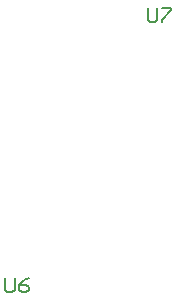
<source format=gbr>
%TF.GenerationSoftware,Altium Limited,Altium Designer,25.8.1 (18)*%
G04 Layer_Color=16711935*
%FSLAX45Y45*%
%MOMM*%
%TF.SameCoordinates,412E6415-05C8-40E6-B22C-806341DFC968*%
%TF.FilePolarity,Positive*%
%TF.FileFunction,Other,Mechanical_1*%
%TF.Part,Single*%
G01*
G75*
%TA.AperFunction,NonConductor*%
%ADD65C,0.15000*%
D65*
X11925300Y2609161D02*
Y2509194D01*
X11945294Y2489200D01*
X11985281D01*
X12005274Y2509194D01*
Y2609161D01*
X12125235D02*
X12085248Y2589168D01*
X12045261Y2549181D01*
Y2509194D01*
X12065255Y2489200D01*
X12105242D01*
X12125235Y2509194D01*
Y2529187D01*
X12105242Y2549181D01*
X12045261D01*
X13131799Y4895161D02*
Y4795194D01*
X13151794Y4775200D01*
X13191782D01*
X13211774Y4795194D01*
Y4895161D01*
X13251761D02*
X13331735D01*
Y4875168D01*
X13251761Y4795194D01*
Y4775200D01*
%TF.MD5,596f1d34137f4092e624612cd2807f77*%
M02*

</source>
